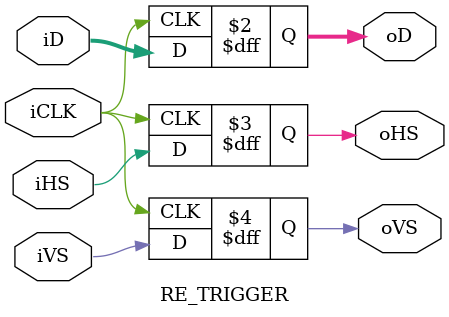
<source format=v>
module RE_TRIGGER ( 
 input iCLK , 
 input [9:0] iD , 
 output reg [9:0]  oD , 
 input iHS,
 input iVS,
 output reg  oHS,
 output reg  oVS

);
always @(posedge iCLK )begin 
   oD <=iD ; 
   oVS<=iVS;  
   oHS<=iHS;  
end  

endmodule 
</source>
